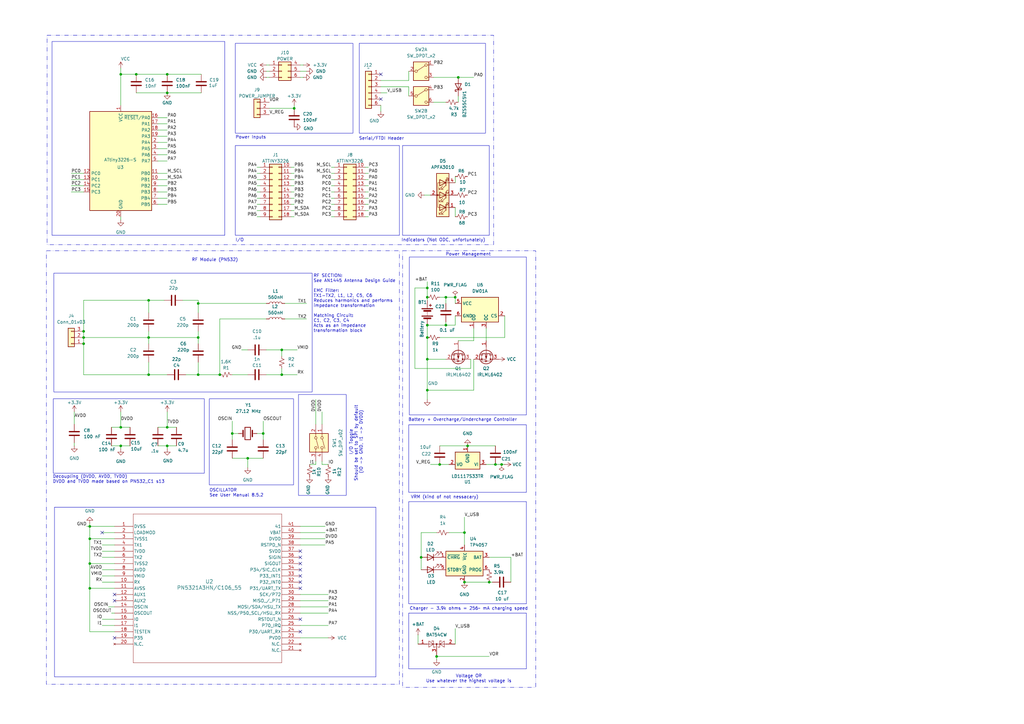
<source format=kicad_sch>
(kicad_sch (version 20231120) (generator "eeschema") (generator_version "8.0")
  (paper "A3")
  (junction (at 175.26 118.11))
  (junction (at 101.6 187.96))
  (junction (at 120.65 44.45))
  (junction (at 68.58 182.88))
  (junction (at 175.26 160.02))
  (junction (at 36.83 215.9))
  (junction (at 115.57 143.51))
  (junction (at 107.95 177.8))
  (junction (at 191.77 182.88))
  (junction (at 186.69 121.92))
  (junction (at 115.57 153.67))
  (junction (at 68.58 30.48))
  (junction (at 60.96 138.43))
  (junction (at 36.83 231.14))
  (junction (at 68.58 38.1))
  (junction (at 60.96 153.67))
  (junction (at 180.34 190.5))
  (junction (at 203.2 190.5))
  (junction (at 49.53 175.26))
  (junction (at 81.28 153.67))
  (junction (at 182.88 121.92))
  (junction (at 95.25 177.8))
  (junction (at 190.5 218.44))
  (junction (at 81.28 138.43))
  (junction (at 34.29 140.97))
  (junction (at 81.28 124.46))
  (junction (at 175.26 133.35))
  (junction (at 36.83 220.98))
  (junction (at 187.96 31.75))
  (junction (at 68.58 175.26))
  (junction (at 34.29 138.43))
  (junction (at 60.96 123.19))
  (junction (at 205.74 190.5))
  (junction (at 90.17 153.67))
  (junction (at 34.29 135.89))
  (junction (at 175.26 121.92))
  (junction (at 179.07 269.24))
  (junction (at 190.5 238.76))
  (junction (at 175.26 138.43))
  (junction (at 49.53 30.48))
  (junction (at 182.88 133.35))
  (junction (at 175.26 147.32))
  (junction (at 200.66 238.76))
  (junction (at 36.83 241.3))
  (junction (at 172.72 228.6))
  (junction (at 55.88 30.48))
  (junction (at 49.53 182.88))
  (no_connect (at 123.19 236.22))
  (no_connect (at 46.99 243.84))
  (no_connect (at 123.19 233.68))
  (no_connect (at 123.19 238.76))
  (no_connect (at 156.21 40.64))
  (no_connect (at 123.19 259.08))
  (no_connect (at 123.19 226.06))
  (no_connect (at 46.99 261.62))
  (no_connect (at 123.19 231.14))
  (no_connect (at 123.19 241.3))
  (no_connect (at 123.19 254))
  (no_connect (at 41.91 218.44))
  (no_connect (at 123.19 228.6))
  (no_connect (at 156.21 30.48))
  (no_connect (at 46.99 246.38))
  (wire (pts (xy 64.77 73.66) (xy 68.58 73.66)))
  (wire (pts (xy 95.25 187.96) (xy 101.6 187.96)))
  (wire (pts (xy 175.26 118.11) (xy 170.18 118.11)))
  (wire (pts (xy 60.96 148.59) (xy 60.96 153.67)))
  (wire (pts (xy 175.26 147.32) (xy 175.26 160.02)))
  (wire (pts (xy 135.89 78.74) (xy 137.16 78.74)))
  (wire (pts (xy 186.69 72.39) (xy 186.69 74.93)))
  (wire (pts (xy 105.41 73.66) (xy 106.68 73.66)))
  (wire (pts (xy 76.2 153.67) (xy 81.28 153.67)))
  (wire (pts (xy 180.34 138.43) (xy 207.01 138.43)))
  (wire (pts (xy 205.74 190.5) (xy 203.2 190.5)))
  (wire (pts (xy 68.58 182.88) (xy 68.58 184.15)))
  (wire (pts (xy 36.83 259.08) (xy 46.99 259.08)))
  (wire (pts (xy 170.18 118.11) (xy 170.18 151.13)))
  (wire (pts (xy 45.72 182.88) (xy 49.53 182.88)))
  (wire (pts (xy 90.17 130.81) (xy 109.22 130.81)))
  (wire (pts (xy 180.34 190.5) (xy 176.53 190.5)))
  (wire (pts (xy 49.53 168.91) (xy 49.53 175.26)))
  (wire (pts (xy 175.26 160.02) (xy 175.26 163.83)))
  (wire (pts (xy 135.89 86.36) (xy 137.16 86.36)))
  (wire (pts (xy 123.19 220.98) (xy 133.35 220.98)))
  (wire (pts (xy 68.58 38.1) (xy 82.55 38.1)))
  (wire (pts (xy 81.28 124.46) (xy 81.28 128.27)))
  (wire (pts (xy 110.49 26.67) (xy 109.22 26.67)))
  (wire (pts (xy 151.13 68.58) (xy 149.86 68.58)))
  (wire (pts (xy 30.48 182.88) (xy 30.48 181.61)))
  (wire (pts (xy 36.83 231.14) (xy 36.83 241.3)))
  (wire (pts (xy 60.96 128.27) (xy 60.96 123.19)))
  (wire (pts (xy 95.25 177.8) (xy 95.25 180.34)))
  (wire (pts (xy 116.84 124.46) (xy 125.73 124.46)))
  (wire (pts (xy 172.72 218.44) (xy 172.72 228.6)))
  (wire (pts (xy 151.13 81.28) (xy 149.86 81.28)))
  (wire (pts (xy 172.72 228.6) (xy 172.72 233.68)))
  (wire (pts (xy 36.83 220.98) (xy 46.99 220.98)))
  (wire (pts (xy 64.77 55.88) (xy 68.58 55.88)))
  (wire (pts (xy 120.65 76.2) (xy 119.38 76.2)))
  (wire (pts (xy 151.13 78.74) (xy 149.86 78.74)))
  (wire (pts (xy 36.83 231.14) (xy 46.99 231.14)))
  (wire (pts (xy 187.96 139.7) (xy 194.31 139.7)))
  (wire (pts (xy 81.28 138.43) (xy 81.28 140.97)))
  (wire (pts (xy 30.48 168.91) (xy 30.48 173.99)))
  (wire (pts (xy 99.06 143.51) (xy 101.6 143.51)))
  (wire (pts (xy 200.66 238.76) (xy 201.93 238.76)))
  (wire (pts (xy 41.91 236.22) (xy 46.99 236.22)))
  (wire (pts (xy 120.65 86.36) (xy 119.38 86.36)))
  (wire (pts (xy 41.91 233.68) (xy 46.99 233.68)))
  (wire (pts (xy 41.91 226.06) (xy 46.99 226.06)))
  (wire (pts (xy 115.57 151.13) (xy 115.57 153.67)))
  (wire (pts (xy 151.13 83.82) (xy 149.86 83.82)))
  (wire (pts (xy 200.66 228.6) (xy 209.55 228.6)))
  (wire (pts (xy 187.96 39.37) (xy 187.96 41.91)))
  (wire (pts (xy 34.29 153.67) (xy 60.96 153.67)))
  (wire (pts (xy 187.96 31.75) (xy 194.31 31.75)))
  (wire (pts (xy 172.72 218.44) (xy 179.07 218.44)))
  (wire (pts (xy 182.88 121.92) (xy 186.69 121.92)))
  (wire (pts (xy 60.96 135.89) (xy 60.96 138.43)))
  (wire (pts (xy 127 190.5) (xy 129.54 190.5)))
  (wire (pts (xy 95.25 153.67) (xy 101.6 153.67)))
  (wire (pts (xy 81.28 124.46) (xy 109.22 124.46)))
  (wire (pts (xy 186.69 121.92) (xy 186.69 124.46)))
  (wire (pts (xy 34.29 135.89) (xy 34.29 123.19)))
  (wire (pts (xy 120.65 81.28) (xy 119.38 81.28)))
  (wire (pts (xy 34.29 138.43) (xy 34.29 140.97)))
  (wire (pts (xy 36.83 215.9) (xy 46.99 215.9)))
  (wire (pts (xy 190.5 223.52) (xy 190.5 218.44)))
  (wire (pts (xy 60.96 153.67) (xy 68.58 153.67)))
  (wire (pts (xy 36.83 241.3) (xy 46.99 241.3)))
  (wire (pts (xy 64.77 53.34) (xy 68.58 53.34)))
  (wire (pts (xy 135.89 76.2) (xy 137.16 76.2)))
  (wire (pts (xy 36.83 259.08) (xy 36.83 241.3)))
  (wire (pts (xy 81.28 148.59) (xy 81.28 153.67)))
  (wire (pts (xy 105.41 76.2) (xy 106.68 76.2)))
  (wire (pts (xy 97.79 177.8) (xy 95.25 177.8)))
  (wire (pts (xy 158.75 38.1) (xy 156.21 38.1)))
  (wire (pts (xy 64.77 81.28) (xy 68.58 81.28)))
  (wire (pts (xy 101.6 187.96) (xy 107.95 187.96)))
  (wire (pts (xy 34.29 138.43) (xy 60.96 138.43)))
  (wire (pts (xy 109.22 143.51) (xy 115.57 143.51)))
  (wire (pts (xy 135.89 73.66) (xy 137.16 73.66)))
  (wire (pts (xy 191.77 182.88) (xy 180.34 182.88)))
  (wire (pts (xy 64.77 175.26) (xy 68.58 175.26)))
  (wire (pts (xy 156.21 45.72) (xy 156.21 43.18)))
  (wire (pts (xy 45.72 251.46) (xy 46.99 251.46)))
  (wire (pts (xy 68.58 175.26) (xy 72.39 175.26)))
  (wire (pts (xy 125.73 29.21) (xy 123.19 29.21)))
  (wire (pts (xy 45.72 175.26) (xy 49.53 175.26)))
  (wire (pts (xy 120.65 71.12) (xy 119.38 71.12)))
  (wire (pts (xy 120.65 68.58) (xy 119.38 68.58)))
  (wire (pts (xy 132.08 168.91) (xy 132.08 173.99)))
  (wire (pts (xy 29.21 76.2) (xy 34.29 76.2)))
  (wire (pts (xy 95.25 172.72) (xy 95.25 177.8)))
  (wire (pts (xy 123.19 218.44) (xy 133.35 218.44)))
  (wire (pts (xy 184.15 190.5) (xy 180.34 190.5)))
  (wire (pts (xy 124.46 31.75) (xy 123.19 31.75)))
  (wire (pts (xy 175.26 147.32) (xy 182.88 147.32)))
  (wire (pts (xy 180.34 121.92) (xy 182.88 121.92)))
  (wire (pts (xy 182.88 121.92) (xy 182.88 124.46)))
  (wire (pts (xy 68.58 30.48) (xy 82.55 30.48)))
  (wire (pts (xy 60.96 138.43) (xy 81.28 138.43)))
  (wire (pts (xy 129.54 189.23) (xy 129.54 190.5)))
  (wire (pts (xy 81.28 153.67) (xy 90.17 153.67)))
  (wire (pts (xy 120.65 73.66) (xy 119.38 73.66)))
  (wire (pts (xy 124.46 26.67) (xy 123.19 26.67)))
  (wire (pts (xy 207.01 190.5) (xy 205.74 190.5)))
  (wire (pts (xy 186.69 129.54) (xy 186.69 133.35)))
  (wire (pts (xy 105.41 83.82) (xy 106.68 83.82)))
  (wire (pts (xy 105.41 86.36) (xy 106.68 86.36)))
  (wire (pts (xy 123.19 243.84) (xy 134.62 243.84)))
  (wire (pts (xy 194.31 139.7) (xy 194.31 134.62)))
  (wire (pts (xy 64.77 78.74) (xy 68.58 78.74)))
  (wire (pts (xy 64.77 66.04) (xy 68.58 66.04)))
  (wire (pts (xy 186.69 257.81) (xy 186.69 264.16)))
  (wire (pts (xy 41.91 256.54) (xy 46.99 256.54)))
  (wire (pts (xy 115.57 143.51) (xy 115.57 146.05)))
  (wire (pts (xy 175.26 118.11) (xy 175.26 121.92)))
  (wire (pts (xy 203.2 182.88) (xy 191.77 182.88)))
  (wire (pts (xy 129.54 163.83) (xy 129.54 173.99)))
  (wire (pts (xy 74.93 123.19) (xy 81.28 123.19)))
  (wire (pts (xy 184.15 218.44) (xy 190.5 218.44)))
  (wire (pts (xy 123.19 223.52) (xy 133.35 223.52)))
  (wire (pts (xy 123.19 261.62) (xy 134.62 261.62)))
  (wire (pts (xy 123.19 256.54) (xy 134.62 256.54)))
  (wire (pts (xy 64.77 63.5) (xy 68.58 63.5)))
  (wire (pts (xy 209.55 228.6) (xy 209.55 238.76)))
  (wire (pts (xy 49.53 30.48) (xy 49.53 43.18)))
  (wire (pts (xy 167.64 35.56) (xy 167.64 39.37)))
  (wire (pts (xy 176.53 80.01) (xy 173.99 80.01)))
  (wire (pts (xy 101.6 187.96) (xy 101.6 191.77)))
  (wire (pts (xy 64.77 71.12) (xy 68.58 71.12)))
  (wire (pts (xy 132.08 189.23) (xy 132.08 190.5)))
  (wire (pts (xy 151.13 73.66) (xy 149.86 73.66)))
  (wire (pts (xy 90.17 153.67) (xy 90.17 130.81)))
  (wire (pts (xy 135.89 81.28) (xy 137.16 81.28)))
  (wire (pts (xy 151.13 76.2) (xy 149.86 76.2)))
  (wire (pts (xy 182.88 132.08) (xy 182.88 133.35)))
  (wire (pts (xy 109.22 153.67) (xy 115.57 153.67)))
  (wire (pts (xy 68.58 168.91) (xy 68.58 175.26)))
  (wire (pts (xy 55.88 30.48) (xy 68.58 30.48)))
  (wire (pts (xy 182.88 133.35) (xy 186.69 133.35)))
  (wire (pts (xy 68.58 182.88) (xy 72.39 182.88)))
  (wire (pts (xy 49.53 30.48) (xy 55.88 30.48)))
  (wire (pts (xy 49.53 182.88) (xy 53.34 182.88)))
  (wire (pts (xy 156.21 35.56) (xy 167.64 35.56)))
  (wire (pts (xy 199.39 139.7) (xy 199.39 134.62)))
  (wire (pts (xy 41.91 254) (xy 46.99 254)))
  (wire (pts (xy 123.19 251.46) (xy 134.62 251.46)))
  (wire (pts (xy 29.21 73.66) (xy 34.29 73.66)))
  (wire (pts (xy 49.53 175.26) (xy 53.34 175.26)))
  (wire (pts (xy 190.5 238.76) (xy 200.66 238.76)))
  (wire (pts (xy 105.41 78.74) (xy 106.68 78.74)))
  (wire (pts (xy 55.88 38.1) (xy 68.58 38.1)))
  (wire (pts (xy 135.89 71.12) (xy 137.16 71.12)))
  (wire (pts (xy 49.53 27.94) (xy 49.53 30.48)))
  (wire (pts (xy 203.2 190.5) (xy 199.39 190.5)))
  (wire (pts (xy 190.5 212.09) (xy 190.5 218.44)))
  (wire (pts (xy 34.29 140.97) (xy 34.29 153.67)))
  (wire (pts (xy 123.19 215.9) (xy 133.35 215.9)))
  (wire (pts (xy 64.77 76.2) (xy 68.58 76.2)))
  (wire (pts (xy 105.41 177.8) (xy 107.95 177.8)))
  (wire (pts (xy 81.28 123.19) (xy 81.28 124.46)))
  (wire (pts (xy 120.65 83.82) (xy 119.38 83.82)))
  (wire (pts (xy 120.65 78.74) (xy 119.38 78.74)))
  (wire (pts (xy 194.31 160.02) (xy 175.26 160.02)))
  (wire (pts (xy 175.26 115.57) (xy 175.26 118.11)))
  (wire (pts (xy 175.26 133.35) (xy 182.88 133.35)))
  (wire (pts (xy 29.21 71.12) (xy 34.29 71.12)))
  (wire (pts (xy 186.69 88.9) (xy 186.69 85.09)))
  (wire (pts (xy 41.91 223.52) (xy 46.99 223.52)))
  (wire (pts (xy 151.13 86.36) (xy 149.86 86.36)))
  (wire (pts (xy 120.65 88.9) (xy 119.38 88.9)))
  (wire (pts (xy 134.62 190.5) (xy 132.08 190.5)))
  (wire (pts (xy 134.62 248.92) (xy 123.19 248.92)))
  (wire (pts (xy 167.64 33.02) (xy 167.64 29.21)))
  (wire (pts (xy 109.22 29.21) (xy 110.49 29.21)))
  (wire (pts (xy 175.26 121.92) (xy 175.26 123.19)))
  (wire (pts (xy 64.77 48.26) (xy 68.58 48.26)))
  (wire (pts (xy 105.41 71.12) (xy 106.68 71.12)))
  (wire (pts (xy 64.77 58.42) (xy 68.58 58.42)))
  (wire (pts (xy 151.13 88.9) (xy 149.86 88.9)))
  (wire (pts (xy 64.77 60.96) (xy 68.58 60.96)))
  (wire (pts (xy 105.41 88.9) (xy 106.68 88.9)))
  (wire (pts (xy 60.96 140.97) (xy 60.96 138.43)))
  (wire (pts (xy 151.13 71.12) (xy 149.86 71.12)))
  (wire (pts (xy 41.91 228.6) (xy 46.99 228.6)))
  (wire (pts (xy 81.28 135.89) (xy 81.28 138.43)))
  (wire (pts (xy 44.45 248.92) (xy 46.99 248.92)))
  (wire (pts (xy 105.41 81.28) (xy 106.68 81.28)))
  (wire (pts (xy 120.65 43.18) (xy 120.65 44.45)))
  (wire (pts (xy 207.01 129.54) (xy 207.01 138.43)))
  (wire (pts (xy 156.21 33.02) (xy 167.64 33.02)))
  (wire (pts (xy 67.31 123.19) (xy 60.96 123.19)))
  (wire (pts (xy 123.19 246.38) (xy 134.62 246.38)))
  (wire (pts (xy 49.53 182.88) (xy 49.53 184.15)))
  (wire (pts (xy 105.41 68.58) (xy 106.68 68.58)))
  (wire (pts (xy 41.91 218.44) (xy 46.99 218.44)))
  (wire (pts (xy 171.45 260.35) (xy 171.45 264.16)))
  (wire (pts (xy 177.8 41.91) (xy 182.88 41.91)))
  (wire (pts (xy 193.04 151.13) (xy 170.18 151.13)))
  (wire (pts (xy 36.83 215.9) (xy 36.83 214.63)))
  (wire (pts (xy 64.77 83.82) (xy 68.58 83.82)))
  (wire (pts (xy 49.53 90.17) (xy 49.53 88.9)))
  (wire (pts (xy 179.07 269.24) (xy 179.07 270.51)))
  (wire (pts (xy 121.92 143.51) (xy 115.57 143.51)))
  (wire (pts (xy 107.95 177.8) (xy 107.95 180.34)))
  (wire (pts (xy 35.56 215.9) (xy 36.83 215.9)))
  (wire (pts (xy 109.22 31.75) (xy 110.49 31.75)))
  (wire (pts (xy 115.57 153.67) (xy 121.92 153.67)))
  (wire (pts (xy 177.8 31.75) (xy 187.96 31.75)))
  (wire (pts (xy 135.89 83.82) (xy 137.16 83.82)))
  (wire (pts (xy 179.07 269.24) (xy 200.66 269.24)))
  (wire (pts (xy 41.91 238.76) (xy 46.99 238.76)))
  (wire (pts (xy 193.04 151.13) (xy 193.04 147.32)))
  (wire (pts (xy 64.77 182.88) (xy 68.58 182.88)))
  (wire (pts (xy 64.77 50.8) (xy 68.58 50.8)))
  (wire (pts (xy 29.21 78.74) (xy 34.29 78.74)))
  (wire (pts (xy 175.26 138.43) (xy 175.26 147.32)))
  (wire (pts (xy 110.49 44.45) (xy 120.65 44.45)))
  (wire (pts (xy 34.29 123.19) (xy 60.96 123.19)))
  (wire (pts (xy 175.26 133.35) (xy 175.26 138.43)))
  (wire (pts (xy 135.89 68.58) (xy 137.16 68.58)))
  (wire (pts (xy 194.31 147.32) (xy 194.31 160.02)))
  (wire (pts (xy 36.83 215.9) (xy 36.83 220.98)))
  (wire (pts (xy 36.83 220.98) (xy 36.83 231.14)))
  (wire (pts (xy 34.29 135.89) (xy 34.29 138.43)))
  (wire (pts (xy 135.89 88.9) (xy 137.16 88.9)))
  (wire (pts (xy 116.84 130.81) (xy 125.73 130.81)))
  (wire (pts (xy 107.95 172.72) (xy 107.95 177.8)))
  (rectangle (start 19.05 102.87) (end 163.83 280.67) (stroke (width 0) (type dash_dot_dot)))
  (rectangle (start 22.352 208.026) (end 154.178 277.622))
  (rectangle (start 167.64 251.46) (end 215.9 274.32))
  (rectangle (start 122.428 161.798) (end 141.986 203.2))
  (rectangle (start 167.64 205.74) (end 215.9 247.65))
  (rectangle (start 96.52 59.69) (end 163.83 96.52))
  (rectangle (start 167.894 105.41) (end 215.9 170.18))
  (rectangle (start 21.844 163.576) (end 83.82 194.056))
  (rectangle (start 21.336 17.018) (end 92.202 96.52))
  (rectangle (start 167.64 174.244) (end 215.9 201.93))
  (rectangle (start 19.304 14.478) (end 202.438 100.33) (stroke (width 0) (type dash_dot_dot)))
  (rectangle (start 22.098 112.014) (end 128.016 160.782))
  (rectangle (start 96.52 17.78) (end 144.78 54.61))
  (rectangle (start 165.1 59.69) (end 200.66 96.52))
  (rectangle (start 165.1 102.87) (end 219.71 281.94) (stroke (width 0) (type dash_dot_dot)))
  (rectangle (start 147.32 17.78) (end 199.136 54.61))
  (rectangle (start 85.852 163.576) (end 120.396 198.882))
  (text "OSCILLATOR\nSee User Manual 8.5.2\n" (at 85.852 202.184 0) (effects (font (size 1.27 1.27)) (justify left)))
  (text "RF SECTION: \nSee AN1445 Antenna Design Guide\n\nEMC Filter: \nTX1-TX2, L1, L2, C5, C6\nReduces harmonics and performs \nimpedance transformation\n\nMatching Circuit:\nC1, C2, C3, C4\nActs as an impedance \ntransformation block" (at 128.524 124.46 0) (effects (font (size 1.27 1.27)) (justify left)))
  (text "Battery + Overcharge/Undercharge Controller" (at 189.738 172.212 0) (effects (font (size 1.27 1.27))))
  (text "I/O Toggle\nShould be set to SPI by default \n(IO -> GND, I1 -> DVDD)" (at 146.05 181.356 90) (effects (font (size 1.27 1.27))))
  (text "Decoupling (DVDD, AVDD, TVDD)\nDVDD and TVDD made based on PN532_C1 s13" (at 21.59 196.596 0) (effects (font (size 1.27 1.27)) (justify left)))
  (text "Voltage OR\nUse whatever the highest voltage is\n" (at 192.278 278.384 0) (effects (font (size 1.27 1.27))))
  (text "Power Management" (at 192.024 104.394 0) (effects (font (size 1.27 1.27))))
  (text "Charger - 3.9k ohms = 256~ mA charging speed\n\n" (at 192.278 250.698 0) (effects (font (size 1.27 1.27))))
  (text "I/O\n" (at 98.298 98.552 0) (effects (font (size 1.27 1.27))))
  (text "RF Module (PN532)" (at 88.138 106.68 0) (effects (font (size 1.27 1.27))))
  (text "Serial/FTDI Header" (at 156.464 56.896 0) (effects (font (size 1.27 1.27))))
  (text "VRM (kind of not nessacary)" (at 182.372 203.962 0) (effects (font (size 1.27 1.27))))
  (text "Power Inputs" (at 102.87 56.388 0) (effects (font (size 1.27 1.27))))
  (text "Indicators (Not ODC, unfortunately)" (at 181.864 98.552 0) (effects (font (size 1.27 1.27))))
  (label "PB2" (at 68.58 76.2 0))
  (label "PB2" (at 177.8 26.67 0))
  (label "VMID" (at 121.92 143.51 0))
  (label "TVDD" (at 41.91 226.06 180))
  (label "PC2" (at 191.77 80.01 0))
  (label "PA4" (at 105.41 68.58 180))
  (label "PC3" (at 29.21 78.74 0))
  (label "PA5" (at 105.41 73.66 180))
  (label "PB5" (at 68.58 83.82 0))
  (label "VOR" (at 110.49 41.91 0))
  (label "PB2" (at 120.65 83.82 0))
  (label "PA7" (at 105.41 86.36 180))
  (label "M_SDA" (at 120.65 88.9 0))
  (label "RX" (at 41.91 238.76 180))
  (label "PC3" (at 191.77 88.9 0))
  (label "PA1" (at 134.62 248.92 0))
  (label "PB2" (at 120.65 81.28 0))
  (label "PA0" (at 151.13 71.12 0))
  (label "VOR" (at 200.66 269.24 0))
  (label "IO" (at 41.91 254 180))
  (label "PC1" (at 191.77 72.39 0))
  (label "TX1" (at 41.91 223.52 180))
  (label "PA6" (at 105.41 81.28 180))
  (label "OSCIN" (at 95.25 172.72 180))
  (label "PA4" (at 68.58 58.42 0))
  (label "TX2" (at 41.91 228.6 180))
  (label "DVDD" (at 129.54 163.83 270))
  (label "PB5" (at 105.41 88.9 180))
  (label "DVDD" (at 132.08 168.91 90))
  (label "PA2" (at 151.13 83.82 0))
  (label "PC0" (at 135.89 76.2 180))
  (label "GND" (at 133.35 215.9 0))
  (label "PA7" (at 68.58 66.04 0))
  (label "PA1" (at 151.13 76.2 0))
  (label "PC3" (at 151.13 68.58 0))
  (label "DVDD" (at 133.35 220.98 0))
  (label "PA6" (at 68.58 63.5 0))
  (label "PC2" (at 135.89 83.82 180))
  (label "V_USB" (at 186.69 257.81 0))
  (label "VMID" (at 41.91 236.22 180))
  (label "M_SCL" (at 68.58 71.12 0))
  (label "PA2" (at 134.62 246.38 0))
  (label "PA7" (at 105.41 83.82 180))
  (label "PC0" (at 29.21 71.12 0))
  (label "PA0" (at 194.31 31.75 0))
  (label "IO" (at 134.62 190.5 0))
  (label "PB4" (at 120.65 71.12 0))
  (label "M_SDA" (at 120.65 86.36 0))
  (label "DVDD" (at 49.53 172.72 0))
  (label "PB4" (at 120.65 73.66 0))
  (label "V_USB" (at 158.75 38.1 0))
  (label "PA1" (at 68.58 50.8 0))
  (label "PA1" (at 151.13 78.74 0))
  (label "TVDD" (at 68.58 173.99 0))
  (label "AVDD" (at 30.48 171.45 0))
  (label "PB3" (at 177.8 36.83 0))
  (label "OSCIN" (at 44.45 248.92 180))
  (label "PA4" (at 105.41 71.12 180))
  (label "TX2" (at 125.73 130.81 180))
  (label "TX1" (at 125.73 124.46 180))
  (label "PC0" (at 135.89 73.66 180))
  (label "PB4" (at 68.58 81.28 0))
  (label "PC1" (at 135.89 81.28 180))
  (label "RX" (at 121.92 153.67 0))
  (label "PB3" (at 68.58 78.74 0))
  (label "AVDD" (at 41.91 233.68 180))
  (label "PA3" (at 134.62 243.84 0))
  (label "V_REG" (at 176.53 190.5 180))
  (label "PC3" (at 135.89 88.9 180))
  (label "PB5" (at 120.65 68.58 0))
  (label "I1" (at 127 190.5 0))
  (label "M_SCL" (at 135.89 68.58 180))
  (label "V_REG" (at 110.49 46.99 0))
  (label "PA5" (at 133.35 223.52 0))
  (label "PA3" (at 68.58 55.88 0))
  (label "V_USB" (at 190.5 212.09 0))
  (label "PA7" (at 134.62 256.54 0))
  (label "+BAT" (at 175.26 115.57 180))
  (label "PA4" (at 134.62 251.46 0))
  (label "M_SDA" (at 68.58 73.66 0))
  (label "PA0" (at 151.13 73.66 0))
  (label "OSCOUT" (at 45.72 251.46 180))
  (label "PC2" (at 135.89 86.36 180))
  (label "+BAT" (at 133.35 218.44 0))
  (label "PA0" (at 68.58 48.26 0))
  (label "GND" (at 99.06 143.51 180))
  (label "I1" (at 41.91 256.54 180))
  (label "GND" (at 35.56 215.9 180))
  (label "PA2" (at 151.13 81.28 0))
  (label "PA6" (at 105.41 78.74 180))
  (label "PB3" (at 120.65 76.2 0))
  (label "PC2" (at 29.21 76.2 0))
  (label "PA5" (at 105.41 76.2 180))
  (label "PC1" (at 135.89 78.74 180))
  (label "PA3" (at 151.13 86.36 0))
  (label "PC1" (at 29.21 73.66 0))
  (label "OSCOUT" (at 107.95 172.72 0))
  (label "PA2" (at 68.58 53.34 0))
  (label "PB3" (at 120.65 78.74 0))
  (label "+BAT" (at 209.55 228.6 0))
  (label "PA5" (at 68.58 60.96 0))
  (label "M_SCL" (at 135.89 71.12 180))
  (label "PA3" (at 151.13 88.9 0))
  (symbol (lib_id "power:+3.3V") (at 49.53 168.91 0) (unit 1)
    (property "Reference" "#PWR029" (effects (hide yes)))
    (property "Value" "+3.3V" (at 49.53 165.1 0))
  )
  (symbol (lib_id "power:+3.3V") (at 30.48 168.91 0) (unit 1)
    (property "Reference" "#PWR026" (effects (hide yes)))
    (property "Value" "+3.3V" (at 30.48 165.1 0))
  )
  (symbol (lib_id "Device:C") (at 205.74 238.76 90) (unit 1)
    (property "Reference" "C17" (at 205.994 243.078 90))
    (property "Value" "10 uF" (at 205.994 245.618 90))
    (property "Footprint" "Capacitor_SMD:C_0805_2012Metric_Pad1.18x1.45mm_HandSolder" (effects (hide yes)))
    (property "Description" "Unpolarized capacitor" (effects (hide yes)))
  )
  (symbol (lib_id "power:GND") (at 68.58 184.15 0) (unit 1)
    (property "Reference" "#PWR021" (effects (hide yes)))
    (property "Value" "GND" (at 68.834 188.976 0))
    (property "Description" "Power symbol creates a global label with name \"GND\" , ground" (effects (hide yes)))
  )
  (symbol (lib_id "Device:C") (at 30.48 177.8 0) (unit 1)
    (property "Reference" "C8" (at 34.29 176.5299 0) (effects (justify left)))
    (property "Value" "100 nF" (at 34.29 179.0699 0) (effects (justify left)))
    (property "Footprint" "Capacitor_SMD:C_0805_2012Metric_Pad1.18x1.45mm_HandSolder" (effects (hide yes)))
    (property "Description" "Unpolarized capacitor" (effects (hide yes)))
  )
  (symbol (lib_id "Device:C") (at 60.96 132.08 0) (mirror y) (unit 1)
    (property "Reference" "C1" (at 54.61 130.81 0))
    (property "Value" "200p" (at 54.61 133.35 0))
    (property "Footprint" "Capacitor_SMD:C_0805_2012Metric_Pad1.18x1.45mm_HandSolder" (effects (hide yes)))
    (property "Description" "Unpolarized capacitor" (effects (hide yes)))
  )
  (symbol (lib_id "Device:C") (at 81.28 132.08 0) (mirror y) (unit 1)
    (property "Reference" "C5" (at 74.93 130.81 0))
    (property "Value" "220p" (at 74.93 133.35 0))
    (property "Footprint" "Capacitor_SMD:C_0805_2012Metric_Pad1.18x1.45mm_HandSolder" (effects (hide yes)))
    (property "Description" "Unpolarized capacitor" (effects (hide yes)))
  )
  (symbol (lib_id "power:GND") (at 30.48 182.88 0) (unit 1)
    (property "Reference" "#PWR01" (effects (hide yes)))
    (property "Value" "GND" (at 30.48 187.96 0))
    (property "Description" "Power symbol creates a global label with name \"GND\" , ground" (effects (hide yes)))
  )
  (symbol (lib_id "Device:C") (at 55.88 34.29 0) (unit 1)
    (property "Reference" "C16" (at 59.436 32.766 0) (effects (justify left)))
    (property "Value" "10nF" (at 59.436 35.306 0) (effects (justify left)))
    (property "Footprint" "Capacitor_SMD:C_0805_2012Metric_Pad1.18x1.45mm_HandSolder" (effects (hide yes)))
    (property "Description" "Unpolarized capacitor" (effects (hide yes)))
  )
  (symbol (lib_id "power:GND") (at 156.21 45.72 0) (unit 1)
    (property "Reference" "#PWR025" (effects (hide yes)))
    (property "Value" "GND" (at 155.575 49.53 0) (effects (justify right)))
  )
  (symbol (lib_id "Connector_Generic:Conn_02x03_Top_Bottom") (at 115.57 29.21 0) (unit 1)
    (property "Reference" "J10" (at 116.84 21.59 0))
    (property "Value" "POWER" (at 116.84 24.13 0))
    (property "Footprint" "Connector_PinSocket_2.54mm:PinSocket_2x03_P2.54mm_Vertical" (effects (hide yes)))
  )
  (symbol (lib_id "power:+3.3V") (at 134.62 261.62 270) (unit 1)
    (property "Reference" "#PWR05" (effects (hide yes)))
    (property "Value" "VCC" (at 138.43 261.6199 90) (effects (justify left)))
    (property "Description" "Power symbol creates a global label with name \"+3.3V\"" (effects (hide yes)))
  )
  (symbol (lib_id "MCU_Microchip_ATtiny:ATtiny3226-S") (at 49.53 66.04 0) (unit 1)
    (property "Reference" "U3" (at 48.006 68.58 0) (effects (justify left)))
    (property "Value" "ATtiny3226-S" (at 42.672 65.532 0) (effects (justify left)))
    (property "Footprint" "Package_SO:SOIC-20W_7.5x12.8mm_P1.27mm" (effects (hide yes)))
    (property "Datasheet" "https://ww1.microchip.com/downloads/en/DeviceDoc/ATtiny3224-3226-3227-Data-Sheet-DS40002345A.pdf" (effects (hide yes)))
    (property "Description" "20MHz, 32kB Flash, 3kB SRAM, 256B EEPROM, SOIC-20" (effects (hide yes)))
  )
  (symbol (lib_id "Device:R_Small_US") (at 92.71 153.67 90) (mirror x) (unit 1)
    (property "Reference" "R1" (at 92.71 150.876 90))
    (property "Value" "1.6K" (at 92.71 148.336 90))
    (property "Footprint" "Resistor_SMD:R_0805_2012Metric_Pad1.20x1.40mm_HandSolder" (effects (hide yes)))
    (property "Description" "Resistor, small US symbol" (effects (hide yes)))
  )
  (symbol (lib_id "power:VCC") (at 109.22 26.67 90) (unit 1)
    (property "Reference" "#PWR06" (effects (hide yes)))
    (property "Value" "VCC" (at 105.41 26.67 90) (effects (justify left)))
  )
  (symbol (lib_id "Device:C") (at 71.12 123.19 90) (unit 1)
    (property "Reference" "C3" (at 71.12 115.57 90))
    (property "Value" "22p" (at 71.12 118.11 90))
    (property "Footprint" "Capacitor_SMD:C_0805_2012Metric_Pad1.18x1.45mm_HandSolder" (effects (hide yes)))
    (property "Description" "Unpolarized capacitor" (effects (hide yes)))
  )
  (symbol (lib_id "Connector_Generic:Conn_02x09_Top_Bottom") (at 142.24 78.74 0) (unit 1)
    (property "Reference" "J8" (at 143.51 63.5 0))
    (property "Value" "ATTINY3226" (at 143.51 66.04 0))
    (property "Footprint" "Connector_PinSocket_2.54mm:PinSocket_2x09_P2.54mm_Vertical" (effects (hide yes)))
  )
  (symbol (lib_id "Device:C") (at 182.88 128.27 180) (unit 1)
    (property "Reference" "C23" (at 182.372 125.73 0) (effects (justify left)))
    (property "Value" "0.1 uF" (at 186.69 135.382 0) (effects (justify left)))
    (property "Footprint" "Capacitor_SMD:C_0805_2012Metric_Pad1.18x1.45mm_HandSolder" (effects (hide yes)))
    (property "Description" "Unpolarized capacitor" (effects (hide yes)))
  )
  (symbol (lib_id "Orb_library:PN5321A3HN_C106_55") (at 46.99 215.9 0) (unit 1)
    (property "Reference" "U2" (at 85.852 238.506 0) (effects (font (size 1.524 1.524))))
    (property "Value" "PN5321A3HN/C106_55" (at 85.852 241.046 0) (effects (font (size 1.524 1.524))))
    (property "Footprint" "PN532:QFN40G-0.5-6X6MM" (effects (hide yes)))
    (property "Datasheet" "PN5321A3HN/C106_55" (effects (hide yes)))
  )
  (symbol (lib_id "power:+3.3V") (at 120.65 43.18 0) (unit 1)
    (property "Reference" "#PWR018" (effects (hide yes)))
    (property "Value" "+3.3V" (at 120.65 39.37 0))
  )
  (symbol (lib_id "Device:R_Small_US") (at 185.42 41.91 90) (unit 1)
    (property "Reference" "R3" (at 186.182 46.99 90))
    (property "Value" "4.7k" (at 186.182 44.45 90))
    (property "Footprint" "Resistor_SMD:R_0805_2012Metric_Pad1.20x1.40mm_HandSolder" (effects (hide yes)))
    (property "Description" "Resistor, small US symbol" (effects (hide yes)))
  )
  (symbol (lib_id "Device:C") (at 72.39 179.07 0) (unit 1)
    (property "Reference" "C9" (at 72.898 182.118 0) (effects (justify left)))
    (property "Value" "4.7u" (at 72.898 184.658 0) (effects (justify left)))
    (property "Footprint" "Capacitor_SMD:C_0805_2012Metric_Pad1.18x1.45mm_HandSolder" (effects (hide yes)))
    (property "Description" "Unpolarized capacitor" (effects (hide yes)))
  )
  (symbol (lib_id "power:+3.3V") (at 68.58 168.91 0) (unit 1)
    (property "Reference" "#PWR030" (effects (hide yes)))
    (property "Value" "+3.3V" (at 68.58 165.1 0))
  )
  (symbol (lib_id "power:GND") (at 101.6 191.77 0) (unit 1)
    (property "Reference" "#PWR019" (effects (hide yes)))
    (property "Value" "GND" (at 101.6 196.85 0))
    (property "Description" "Power symbol creates a global label with name \"GND\" , ground" (effects (hide yes)))
  )
  (symbol (lib_id "power:GND") (at 190.5 238.76 0) (unit 1)
    (property "Reference" "#PWR04" (effects (hide yes)))
    (property "Value" "GND" (at 190.5 243.84 0))
    (property "Description" "Power symbol creates a global label with name \"GND\" , ground" (effects (hide yes)))
  )
  (symbol (lib_id "power:GND") (at 124.46 31.75 90) (unit 1)
    (property "Reference" "#PWR015" (effects (hide yes)))
    (property "Value" "GND" (at 128.27 31.75 90) (effects (justify right)))
  )
  (symbol (lib_id "Device:R_Small_US") (at 134.62 193.04 180) (unit 1)
    (property "Reference" "R12" (at 139.192 193.548 90))
    (property "Value" "1k" (at 137.16 193.294 90))
    (property "Footprint" "Resistor_SMD:R_0805_2012Metric_Pad1.20x1.40mm_HandSolder" (effects (hide yes)))
    (property "Description" "Resistor, small US symbol" (effects (hide yes)))
  )
  (symbol (lib_id "power:PWR_FLAG") (at 205.74 190.5 180) (unit 1)
    (property "Reference" "#FLG02" (effects (hide yes)))
    (property "Value" "PWR_FLAG" (at 205.74 195.58 0))
    (property "Description" "Special symbol for telling ERC where power comes from" (effects (hide yes)))
  )
  (symbol (lib_id "Device:C") (at 120.65 48.26 0) (unit 1)
    (property "Reference" "C20" (at 124.206 46.736 0) (effects (justify left)))
    (property "Value" "100nF" (at 124.206 49.276 0) (effects (justify left)))
    (property "Footprint" "Capacitor_SMD:C_0805_2012Metric_Pad1.18x1.45mm_HandSolder" (effects (hide yes)))
    (property "Description" "Unpolarized capacitor" (effects (hide yes)))
  )
  (symbol (lib_id "power:GND") (at 134.62 195.58 0) (unit 1)
    (property "Reference" "#PWR023" (effects (hide yes)))
    (property "Value" "GND" (at 134.366 202.946 90) (effects (justify left)))
    (property "Description" "Power symbol creates a global label with name \"GND\" , ground" (effects (hide yes)))
  )
  (symbol (lib_id "Switch:SW_DPDT_x2") (at 172.72 29.21 0) (unit 1)
    (property "Reference" "SW2" (at 172.72 20.32 0))
    (property "Value" "SW_DPDT_x2" (at 172.72 22.86 0))
    (property "Footprint" "Button_Switch_THT:SW_CK_JS202011CQN_DPDT_Straight" (effects (hide yes)))
    (property "Description" "Switch, dual pole double throw, separate symbols" (effects (hide yes)))
  )
  (symbol (lib_id "power:GND") (at 49.53 184.15 0) (unit 1)
    (property "Reference" "#PWR020" (effects (hide yes)))
    (property "Value" "GND" (at 49.53 189.23 0))
    (property "Description" "Power symbol creates a global label with name \"GND\" , ground" (effects (hide yes)))
  )
  (symbol (lib_id "Device:C") (at 45.72 179.07 0) (unit 1)
    (property "Reference" "C14" (at 41.656 181.864 0) (effects (justify left)))
    (property "Value" "100 nF" (at 40.386 184.404 0) (effects (justify left)))
    (property "Footprint" "Capacitor_SMD:C_0805_2012Metric_Pad1.18x1.45mm_HandSolder" (effects (hide yes)))
    (property "Description" "Unpolarized capacitor" (effects (hide yes)))
  )
  (symbol (lib_id "power:GND") (at 49.53 90.17 0) (unit 1)
    (property "Reference" "#PWR012" (effects (hide yes)))
    (property "Value" "GND" (at 49.53 95.25 0))
    (property "Description" "Power symbol creates a global label with name \"GND\" , ground" (effects (hide yes)))
  )
  (symbol (lib_id "Device:Crystal") (at 101.6 177.8 0) (unit 1)
    (property "Reference" "Y1" (at 101.854 166.116 0))
    (property "Value" "27.12 MHz" (at 101.854 168.656 0))
    (property "Footprint" "Crystal:Crystal_SMD_3225-4Pin_3.2x2.5mm" (effects (hide yes)))
    (property "Datasheet" "https://www.digikey.com/en/products/detail/txc-corporation/7M-27-120MEEQ-T/2207749?s=N4IgTCBcDaIBxwOwFoCMBmMBONyByAIiALoC%2BQA" (effects (hide yes)))
    (property "Description" "Two pin crystal" (effects (hide yes)))
  )
  (symbol (lib_id "Device:R_Small_US") (at 181.61 218.44 90) (unit 1)
    (property "Reference" "R4" (at 181.61 212.09 90))
    (property "Value" "1k" (at 181.61 214.63 90))
    (property "Footprint" "Resistor_SMD:R_0805_2012Metric_Pad1.20x1.40mm_HandSolder" (effects (hide yes)))
    (property "Description" "Resistor, small US symbol" (effects (hide yes)))
  )
  (symbol (lib_id "Device:C") (at 53.34 179.07 0) (unit 1)
    (property "Reference" "C15" (at 53.594 181.61 0) (effects (justify left)))
    (property "Value" "10uF" (at 53.594 184.15 0) (effects (justify left)))
    (property "Footprint" "Capacitor_SMD:C_0805_2012Metric_Pad1.18x1.45mm_HandSolder" (effects (hide yes)))
    (property "Description" "Unpolarized capacitor" (effects (hide yes)))
  )
  (symbol (lib_id "Device:R_Small_US") (at 127 193.04 180) (unit 1)
    (property "Reference" "R10" (at 130.81 193.548 90))
    (property "Value" "1k" (at 128.778 193.548 90))
    (property "Footprint" "Resistor_SMD:R_0805_2012Metric_Pad1.20x1.40mm_HandSolder" (effects (hide yes)))
    (property "Description" "Resistor, small US symbol" (effects (hide yes)))
  )
  (symbol (lib_id "Diode:BAT54CW") (at 179.07 264.16 0) (unit 1)
    (property "Reference" "D4" (at 179.07 257.81 0))
    (property "Value" "BAT54CW" (at 179.07 260.35 0))
    (property "Footprint" "Package_TO_SOT_SMD:SOT-323_SC-70" (effects (hide yes)))
    (property "Datasheet" "https://assets.nexperia.com/documents/data-sheet/BAT54W_SER.pdf" (effects (hide yes)))
    (property "Description" "Dual schottky barrier diode, common cathode, SOT-323" (effects (hide yes)))
  )
  (symbol (lib_id "Device:R_Small_US") (at 177.8 138.43 90) (unit 1)
    (property "Reference" "R9" (at 178.562 140.97 90))
    (property "Value" "1k" (at 178.562 143.51 90))
    (property "Footprint" "Resistor_SMD:R_0805_2012Metric_Pad1.20x1.40mm_HandSolder" (effects (hide yes)))
    (property "Description" "Resistor, small US symbol" (effects (hide yes)))
  )
  (symbol (lib_id "power:GND") (at 175.26 163.83 0) (unit 1)
    (property "Reference" "#PWR028" (effects (hide yes)))
    (property "Value" "GND" (at 177.546 157.226 0))
    (property "Description" "Power symbol creates a global label with name \"GND\" , ground" (effects (hide yes)))
  )
  (symbol (lib_id "Device:LED") (at 176.53 228.6 180) (unit 1)
    (property "Reference" "D2" (at 176.53 223.012 0))
    (property "Value" "LED" (at 176.53 225.552 0))
    (property "Footprint" "LED_SMD:LED_0805_2012Metric" (effects (hide yes)))
    (property "Datasheet" "https://www.we-online.com/components/products/datasheet/150080VS75000.pdf" (effects (hide yes)))
    (property "Description" "Light emitting diode" (effects (hide yes)))
  )
  (symbol (lib_id "power:GND") (at 127 195.58 0) (unit 1)
    (property "Reference" "#PWR022" (effects (hide yes)))
    (property "Value" "GND" (at 126.492 202.946 90) (effects (justify left)))
    (property "Description" "Power symbol creates a global label with name \"GND\" , ground" (effects (hide yes)))
  )
  (symbol (lib_id "Device:R_Small_US") (at 189.23 80.01 90) (unit 1)
    (property "Reference" "R7" (at 189.738 77.978 90))
    (property "Value" "10" (at 189.484 83.058 90))
    (property "Footprint" "Resistor_SMD:R_0805_2012Metric_Pad1.20x1.40mm_HandSolder" (effects (hide yes)))
    (property "Description" "Resistor, small US symbol" (effects (hide yes)))
  )
  (symbol (lib_id "Connector_Generic:Conn_01x06") (at 151.13 35.56 0) (mirror y) (unit 1)
    (property "Reference" "J12" (at 150.876 26.67 0))
    (property "Value" "~" (at 151.13 27.94 0))
    (property "Footprint" "Connector_PinHeader_2.54mm:PinHeader_1x06_P2.54mm_Horizontal" (effects (hide yes)))
  )
  (symbol (lib_id "Switch:SW_DPDT_x2") (at 172.72 39.37 0) (unit 2)
    (property "Reference" "SW2" (at 172.72 45.466 0))
    (property "Value" "SW_DPDT_x2" (at 172.72 48.006 0))
    (property "Footprint" "Button_Switch_THT:SW_CK_JS202011CQN_DPDT_Straight" (effects (hide yes)))
    (property "Description" "Switch, dual pole double throw, separate symbols" (effects (hide yes)))
  )
  (symbol (lib_id "Device:R_Small_US") (at 177.8 121.92 90) (unit 1)
    (property "Reference" "R11" (at 178.562 116.332 90))
    (property "Value" "100" (at 178.562 118.872 90))
    (property "Footprint" "Resistor_SMD:R_0805_2012Metric_Pad1.20x1.40mm_HandSolder" (effects (hide yes)))
    (property "Description" "Resistor, small US symbol" (effects (hide yes)))
  )
  (symbol (lib_id "Device:C") (at 81.28 144.78 0) (mirror y) (unit 1)
    (property "Reference" "C6" (at 75.184 140.97 0))
    (property "Value" "220p" (at 75.184 143.51 0))
    (property "Footprint" "Capacitor_SMD:C_0805_2012Metric_Pad1.18x1.45mm_HandSolder" (effects (hide yes)))
    (property "Description" "Unpolarized capacitor" (effects (hide yes)))
  )
  (symbol (lib_id "Device:R_Small_US") (at 189.23 88.9 90) (unit 1)
    (property "Reference" "R8" (at 189.484 86.868 90))
    (property "Value" "68" (at 189.484 91.44 90))
    (property "Footprint" "Resistor_SMD:R_0805_2012Metric_Pad1.20x1.40mm_HandSolder" (effects (hide yes)))
    (property "Description" "Resistor, small US symbol" (effects (hide yes)))
  )
  (symbol (lib_id "Device:C") (at 180.34 186.69 180) (unit 1)
    (property "Reference" "C22" (at 176.784 186.182 0) (effects (justify left)))
    (property "Value" "10uF" (at 177.038 183.388 0) (effects (justify left)))
    (property "Footprint" "Capacitor_SMD:C_0805_2012Metric_Pad1.18x1.45mm_HandSolder" (effects (hide yes)))
    (property "Description" "Unpolarized capacitor" (effects (hide yes)))
  )
  (symbol (lib_id "Device:C") (at 203.2 186.69 180) (unit 1)
    (property "Reference" "C21" (at 209.55 188.214 0) (effects (justify left)))
    (property "Value" "100nF" (at 212.344 185.42 0) (effects (justify left)))
    (property "Footprint" "Capacitor_SMD:C_0805_2012Metric_Pad1.18x1.45mm_HandSolder" (effects (hide yes)))
    (property "Description" "Unpolarized capacitor" (effects (hide yes)))
  )
  (symbol (lib_id "Device:L") (at 113.03 124.46 90) (unit 1)
    (property "Reference" "L1" (at 113.03 119.38 90))
    (property "Value" "560nH" (at 113.03 121.92 90))
    (property "Footprint" "Inductor_SMD:L_0805_2012Metric_Pad1.15x1.40mm_HandSolder" (effects (hide yes)))
    (property "Description" "Inductor" (effects (hide yes)))
  )
  (symbol (lib_id "power:VCC") (at 49.53 27.94 0) (unit 1)
    (property "Reference" "#PWR010" (effects (hide yes)))
    (property "Value" "VCC" (at 49.53 24.13 0) (effects (justify left)))
  )
  (symbol (lib_id "power:+3.3V") (at 171.45 260.35 0) (unit 1)
    (property "Reference" "#PWR024" (effects (hide yes)))
    (property "Value" "+BAT" (at 168.91 256.032 0) (effects (justify left)))
    (property "Description" "Power symbol creates a global label with name \"+3.3V\"" (effects (hide yes)))
  )
  (symbol (lib_id "power:GND") (at 120.65 52.07 90) (unit 1)
    (property "Reference" "#PWR016" (effects (hide yes)))
    (property "Value" "GND" (at 124.46 52.705 90) (effects (justify right)))
  )
  (symbol (lib_id "Regulator_Linear:LD1117S33TR_SOT223") (at 191.77 190.5 180) (unit 1)
    (property "Reference" "U1" (at 191.77 197.612 0))
    (property "Value" "LD1117S33TR" (at 191.77 195.326 0))
    (property "Footprint" "Package_TO_SOT_SMD:SOT-223-3_TabPin2" (effects (hide yes)))
    (property "Datasheet" "http://www.st.com/st-web-ui/static/active/en/resource/technical/document/datasheet/CD00000544.pdf" (effects (hide yes)))
  )
  (symbol (lib_id "power:GND") (at 173.99 80.01 270) (unit 1)
    (property "Reference" "#PWR027" (effects (hide yes)))
    (property "Value" "GND" (at 170.18 80.0099 90) (effects (justify right)))
    (property "Description" "Power symbol creates a global label with name \"GND\" , ground" (effects (hide yes)))
  )
  (symbol (lib_id "Device:R_Small_US") (at 200.66 236.22 180) (unit 1)
    (property "Reference" "R5" (at 202.438 232.156 0) (effects (justify right)))
    (property "Value" "3.9k" (at 202.438 234.696 0) (effects (justify right)))
    (property "Footprint" "Resistor_SMD:R_0805_2012Metric_Pad1.20x1.40mm_HandSolder" (effects (hide yes)))
    (property "Description" "Resistor, small US symbol" (effects (hide yes)))
  )
  (symbol (lib_id "Connector_Generic:Conn_02x09_Top_Bottom") (at 111.76 78.74 0) (unit 1)
    (property "Reference" "J1" (at 113.03 63.5 0))
    (property "Value" "ATTINY3226" (at 113.03 66.04 0))
    (property "Footprint" "Connector_PinSocket_2.54mm:PinSocket_2x09_P2.54mm_Vertical" (effects (hide yes)))
  )
  (symbol (lib_id "power:GND") (at 109.22 31.75 270) (mirror x) (unit 1)
    (property "Reference" "#PWR09" (effects (hide yes)))
    (property "Value" "GND" (at 105.41 31.75 90) (effects (justify right)))
  )
  (symbol (lib_id "power:+3.3V") (at 124.46 26.67 270) (unit 1)
    (property "Reference" "#PWR014" (effects (hide yes)))
    (property "Value" "+3.3V" (at 128.27 26.67 90) (effects (justify left)))
  )
  (symbol (lib_id "Device:C") (at 107.95 184.15 0) (unit 1)
    (property "Reference" "C13" (at 113.03 182.8799 0) (effects (justify left)))
    (property "Value" "22pF" (at 113.03 185.4199 0) (effects (justify left)))
    (property "Footprint" "Capacitor_SMD:C_0805_2012Metric_Pad1.18x1.45mm_HandSolder" (effects (hide yes)))
    (property "Description" "Unpolarized capacitor" (effects (hide yes)))
  )
  (symbol (lib_id "Device:L") (at 113.03 130.81 90) (unit 1)
    (property "Reference" "L2" (at 112.776 125.73 90))
    (property "Value" "560nH" (at 113.03 128.27 90))
    (property "Footprint" "Inductor_SMD:L_0805_2012Metric_Pad1.15x1.40mm_HandSolder" (effects (hide yes)))
    (property "Description" "Inductor" (effects (hide yes)))
  )
  (symbol (lib_name "VCC_1") (lib_id "power:VCC") (at 204.47 147.32 270) (unit 1)
    (property "Reference" "#PWR07" (effects (hide yes)))
    (property "Value" "VCC" (at 209.804 147.32 90))
    (property "Description" "Power symbol creates a global label with name \"VCC\"" (effects (hide yes)))
  )
  (symbol (lib_id "power:GND") (at 68.58 38.1 0) (unit 1)
    (property "Reference" "#PWR013" (effects (hide yes)))
    (property "Value" "GND" (at 68.58 42.164 0))
    (property "Description" "Power symbol creates a global label with name \"GND\" , ground" (effects (hide yes)))
  )
  (symbol (lib_id "power:GND") (at 191.77 182.88 180) (unit 1)
    (property "Reference" "#PWR03" (effects (hide yes)))
    (property "Value" "GND" (at 191.77 177.8 0))
  )
  (symbol (lib_id "Device:C") (at 105.41 153.67 90) (mirror x) (unit 1)
    (property "Reference" "C11" (at 105.41 149.86 90))
    (property "Value" "1n" (at 105.41 147.32 90))
    (property "Footprint" "Capacitor_SMD:C_0805_2012Metric_Pad1.18x1.45mm_HandSolder" (effects (hide yes)))
    (property "Description" "Unpolarized capacitor" (effects (hide yes)))
  )
  (symbol (lib_id "Device:C") (at 64.77 179.07 0) (unit 1)
    (property "Reference" "C7" (at 61.976 182.372 0) (effects (justify left)))
    (property "Value" ".1u" (at 61.976 184.912 0) (effects (justify left)))
    (property "Footprint" "Capacitor_SMD:C_0805_2012Metric_Pad1.18x1.45mm_HandSolder" (effects (hide yes)))
    (property "Description" "Unpolarized capacitor" (effects (hide yes)))
  )
  (symbol (lib_id "LED:APFA3010") (at 181.61 80.01 180) (unit 1)
    (property "Reference" "D5" (at 181.61 66.04 0))
    (property "Value" "APFA3010" (at 181.61 68.58 0))
    (property "Footprint" "LED_SMD:LED_Kingbright_APFA3010_3x1.5mm_Horizontal" (effects (hide yes)))
    (property "Datasheet" "http://www.kingbrightusa.com/images/catalog/SPEC/APFA3010LSEEZGKQBKC.pdf" (effects (hide yes)))
    (property "Description" "LED RGB, Common Anode, SMD, 3.0x1.5mm, Horizontal" (effects (hide yes)))
  )
  (symbol (lib_id "Connector_Generic:Conn_01x03") (at 105.41 44.45 0) (mirror y) (unit 1)
    (property "Reference" "J9" (at 105.41 36.83 0))
    (property "Value" "POWER_JUMPER" (at 105.41 39.37 0))
    (property "Footprint" "Connector_PinHeader_2.54mm:PinHeader_1x03_P2.54mm_Vertical" (effects (hide yes)))
  )
  (symbol (lib_id "power:GND") (at 125.73 29.21 90) (unit 1)
    (property "Reference" "#PWR017" (effects (hide yes)))
    (property "Value" "GND" (at 129.54 29.21 90) (effects (justify right)))
  )
  (symbol (lib_id "Battery_Management:DW01A") (at 196.85 127 0) (unit 1)
    (property "Reference" "U6" (at 196.85 116.84 0))
    (property "Value" "DW01A" (at 196.85 119.38 0))
    (property "Footprint" "Package_TO_SOT_SMD:SOT-23-6" (effects (hide yes)))
    (property "Datasheet" "https://hmsemi.com/downfile/DW01A.PDF" (effects (hide yes)))
    (property "Description" "Overcharge, overcurrent and overdischarge protection IC for single cell lithium-ion/polymer battery" (effects (hide yes)))
  )
  (symbol (lib_id "power:GND") (at 179.07 270.51 0) (unit 1)
    (property "Reference" "#PWR011" (effects (hide yes)))
    (property "Value" "GND" (at 179.07 275.59 0))
    (property "Description" "Power symbol creates a global label with name \"GND\" , ground" (effects (hide yes)))
  )
  (symbol (lib_id "Switch:SW_DIP_x02") (at 129.54 181.61 270) (unit 1)
    (property "Reference" "SW1" (at 137.16 181.61 0))
    (property "Value" "SW_DIP_x02" (at 139.7 181.61 0))
    (property "Footprint" "Button_Switch_SMD:SW_DIP_SPSTx02_Slide_6.7x6.64mm_W8.61mm_P2.54mm_LowProfile" (effects (hide yes)))
    (property "Description" "2x DIP Switch, Single Pole Single Throw (SPST) switch, small symbol" (effects (hide yes)))
  )
  (symbol (lib_id "Transistor_FET:IRLML6402") (at 199.39 144.78 270) (unit 1)
    (property "Reference" "Q2" (at 199.39 151.13 90))
    (property "Value" "IRLML6402" (at 200.914 153.67 90))
    (property "Footprint" "Package_TO_SOT_SMD:SOT-23" (effects (hide yes)))
    (property "Datasheet" "https://www.infineon.com/dgdl/irlml6402pbf.pdf?fileId=5546d462533600a401535668d5c2263c" (effects (hide yes)))
    (property "Description" "-3.7A Id, -20V Vds, 65mOhm Rds, P-Channel HEXFET Power MOSFET, SOT-23" (effects (hide yes)))
  )
  (symbol (lib_id "Transistor_FET:IRLML6402") (at 187.96 144.78 270) (unit 1)
    (property "Reference" "Q1" (at 187.96 151.13 90))
    (property "Value" "IRLML6402" (at 187.96 153.67 90))
    (property "Footprint" "Package_TO_SOT_SMD:SOT-23" (effects (hide yes)))
    (property "Datasheet" "https://www.infineon.com/dgdl/irlml6402pbf.pdf?fileId=5546d462533600a401535668d5c2263c" (effects (hide yes)))
    (property "Description" "-3.7A Id, -20V Vds, 65mOhm Rds, P-Channel HEXFET Power MOSFET, SOT-23" (effects (hide yes)))
  )
  (symbol (lib_id "Device:C") (at 95.25 184.15 0) (unit 1)
    (property "Reference" "C12" (at 86.868 182.88 0) (effects (justify left)))
    (property "Value" "22pF" (at 86.868 185.42 0) (effects (justify left)))
    (property "Footprint" "Capacitor_SMD:C_0805_2012Metric_Pad1.18x1.45mm_HandSolder" (effects (hide yes)))
    (property "Description" "Unpolarized capacitor" (effects (hide yes)))
  )
  (symbol (lib_id "Device:C") (at 72.39 153.67 90) (mirror x) (unit 1)
    (property "Reference" "C4" (at 72.39 149.86 90))
    (property "Value" "22p" (at 72.39 147.32 90))
    (property "Footprint" "Capacitor_SMD:C_0805_2012Metric_Pad1.18x1.45mm_HandSolder" (effects (hide yes)))
    (property "Description" "Unpolarized capacitor" (effects (hide yes)))
  )
  (symbol (lib_id "power:PWR_FLAG") (at 186.69 121.92 0) (unit 1)
    (property "Reference" "#FLG01" (effects (hide yes)))
    (property "Value" "PWR_FLAG" (at 186.69 116.84 0))
    (property "Description" "Special symbol for telling ERC where power comes from" (effects (hide yes)))
  )
  (symbol (lib_id "Battery_Management:TP4057") (at 190.5 231.14 0) (unit 1)
    (property "Reference" "U4" (at 192.6941 220.98 0) (effects (justify left)))
    (property "Value" "TP4057" (at 192.6941 223.52 0) (effects (justify left)))
    (property "Footprint" "Package_TO_SOT_SMD:TSOT-23-6" (effects (hide yes)))
    (property "Datasheet" "http://toppwr.com/uploadfile/file/20230304/640302a47b738.pdf" (effects (hide yes)))
    (property "Description" "Constant-current/constant-voltage linear charger for single cell lithium-ion batteries with 2.9V Trickle Charge, 4.5V to 6.5V VDD, -40 to +85 degree Celsius, TSOT-23-6" (effects (hide yes)))
  )
  (symbol (lib_id "power:GND") (at 36.83 214.63 180) (unit 1)
    (property "Reference" "#PWR032" (effects (hide yes)))
    (property "Value" "GND" (at 36.83 209.55 0))
    (property "Description" "Power symbol creates a global label with name \"GND\" , ground" (effects (hide yes)))
  )
  (symbol (lib_id "power:GND") (at 109.22 29.21 270) (unit 1)
    (property "Reference" "#PWR08" (effects (hide yes)))
    (property "Value" "GND" (at 105.41 29.21 90) (effects (justify right)))
  )
  (symbol (lib_id "Device:LED") (at 176.53 233.68 180) (unit 1)
    (property "Reference" "D3" (at 176.784 236.22 0))
    (property "Value" "LED" (at 176.784 238.76 0))
    (property "Footprint" "LED_SMD:LED_0805_2012Metric" (effects (hide yes)))
    (property "Datasheet" "https://www.we-online.com/components/products/datasheet/150080VS75000.pdf" (effects (hide yes)))
    (property "Description" "Light emitting diode" (effects (hide yes)))
  )
  (symbol (lib_id "Connector_Generic:Conn_01x03") (at 29.21 138.43 180) (unit 1)
    (property "Reference" "J4" (at 29.21 129.54 0))
    (property "Value" "Conn_01x03" (at 29.21 132.08 0))
    (property "Footprint" "Connector_PinHeader_2.54mm:PinHeader_1x03_P2.54mm_Horizontal" (effects (hide yes)))
    (property "Description" "Generic connector, single row, 01x03, script generated (kicad-library-utils/schlib/autogen/connector/)" (effects (hide yes)))
  )
  (symbol (lib_name "VCC_1") (lib_id "power:VCC") (at 207.01 190.5 270) (unit 1)
    (property "Reference" "#PWR02" (effects (hide yes)))
    (property "Value" "VCC" (at 212.09 190.5 90))
    (property "Description" "Power symbol creates a global label with name \"VCC\"" (effects (hide yes)))
  )
  (symbol (lib_id "Device:C") (at 105.41 143.51 270) (unit 1)
    (property "Reference" "C10" (at 105.41 135.89 90))
    (property "Value" ".1u" (at 105.41 138.43 90))
    (property "Footprint" "Capacitor_SMD:C_0805_2012Metric_Pad1.18x1.45mm_HandSolder" (effects (hide yes)))
    (property "Description" "Unpolarized capacitor" (effects (hide yes)))
  )
  (symbol (lib_id "Device:C") (at 68.58 34.29 0) (unit 1)
    (property "Reference" "C18" (at 72.136 32.766 0) (effects (justify left)))
    (property "Value" "100nF" (at 72.136 35.306 0) (effects (justify left)))
    (property "Footprint" "Capacitor_SMD:C_0805_2012Metric_Pad1.18x1.45mm_HandSolder" (effects (hide yes)))
    (property "Description" "Unpolarized capacitor" (effects (hide yes)))
  )
  (symbol (lib_id "Device:Battery") (at 175.26 128.27 0) (unit 1)
    (property "Reference" "BT1" (at 171.45 123.952 0) (effects (justify left)))
    (property "Value" "Battery" (at 172.974 138.43 90) (effects (justify left)))
    (property "Footprint" "Battery:Battery_Panasonic_CR2032-HFN_Horizontal_CircularHoles" (effects (hide yes)))
    (property "Description" "Multiple-cell battery" (effects (hide yes)))
  )
  (symbol (lib_id "Device:D_Schottky") (at 187.96 35.56 90) (unit 1)
    (property "Reference" "D1" (at 190.5 34.6074 90) (effects (justify right)))
    (property "Value" "BZS55C5V1" (at 190.5 37.1474 0) (effects (justify right)))
    (property "Footprint" "Diode_SMD:D_1206_3216Metric_Pad1.42x1.75mm_HandSolder" (effects (hide yes)))
    (property "Datasheet" "https://services.taiwansemi.com/storage/resources/datasheet/BZS55C2V4%20SERIES_E2301.pdf" (effects (hide yes)))
    (property "Description" "Schottky diode" (effects (hide yes)))
  )
  (symbol (lib_id "Device:R_Small_US") (at 189.23 72.39 90) (unit 1)
    (property "Reference" "R6" (at 189.23 70.104 90))
    (property "Value" "10" (at 189.738 74.676 90))
    (property "Footprint" "Resistor_SMD:R_0805_2012Metric_Pad1.20x1.40mm_HandSolder" (effects (hide yes)))
    (property "Description" "Resistor, small US symbol" (effects (hide yes)))
  )
  (symbol (lib_id "Device:C") (at 82.55 34.29 0) (unit 1)
    (property "Reference" "C19" (at 85.852 32.766 0) (effects (justify left)))
    (property "Value" "1uF" (at 85.598 35.052 0) (effects (justify left)))
    (property "Footprint" "Capacitor_SMD:C_0805_2012Metric_Pad1.18x1.45mm_HandSolder" (effects (hide yes)))
    (property "Description" "Unpolarized capacitor" (effects (hide yes)))
  )
  (symbol (lib_id "Device:C") (at 60.96 144.78 0) (mirror y) (unit 1)
    (property "Reference" "C2" (at 54.61 143.51 0))
    (property "Value" "200p" (at 54.61 146.05 0))
    (property "Footprint" "Capacitor_SMD:C_0805_2012Metric_Pad1.18x1.45mm_HandSolder" (effects (hide yes)))
    (property "Description" "Unpolarized capacitor" (effects (hide yes)))
  )
  (symbol (lib_id "Device:R_Small_US") (at 115.57 148.59 0) (unit 1)
    (property "Reference" "R2" (at 118.11 147.3199 0) (effects (justify left)))
    (property "Value" "1K" (at 118.11 149.8599 0) (effects (justify left)))
    (property "Footprint" "Resistor_SMD:R_0805_2012Metric_Pad1.20x1.40mm_HandSolder" (effects (hide yes)))
    (property "Description" "Resistor, small US symbol" (effects (hide yes)))
  )
)
</source>
